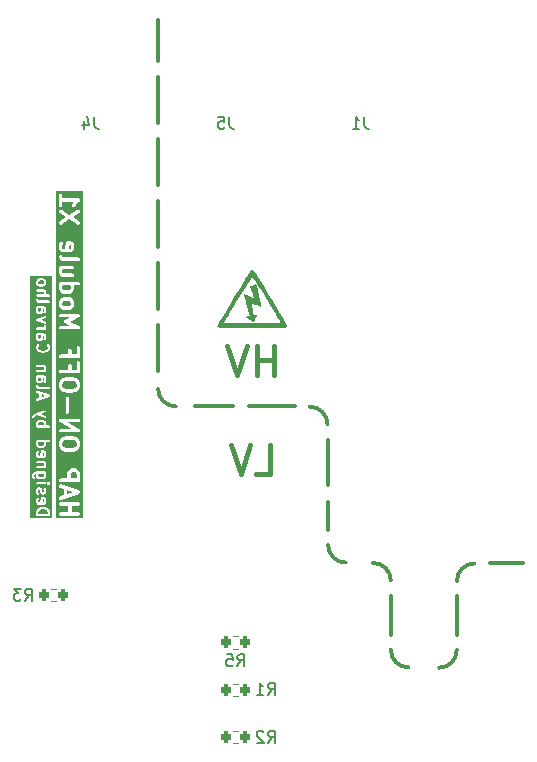
<source format=gbo>
G04 #@! TF.GenerationSoftware,KiCad,Pcbnew,7.0.8*
G04 #@! TF.CreationDate,2024-05-10T00:52:19-03:00*
G04 #@! TF.ProjectId,on_off_module_x1,6f6e5f6f-6666-45f6-9d6f-64756c655f78,1.0*
G04 #@! TF.SameCoordinates,Original*
G04 #@! TF.FileFunction,Legend,Bot*
G04 #@! TF.FilePolarity,Positive*
%FSLAX46Y46*%
G04 Gerber Fmt 4.6, Leading zero omitted, Abs format (unit mm)*
G04 Created by KiCad (PCBNEW 7.0.8) date 2024-05-10 00:52:19*
%MOMM*%
%LPD*%
G01*
G04 APERTURE LIST*
G04 Aperture macros list*
%AMRoundRect*
0 Rectangle with rounded corners*
0 $1 Rounding radius*
0 $2 $3 $4 $5 $6 $7 $8 $9 X,Y pos of 4 corners*
0 Add a 4 corners polygon primitive as box body*
4,1,4,$2,$3,$4,$5,$6,$7,$8,$9,$2,$3,0*
0 Add four circle primitives for the rounded corners*
1,1,$1+$1,$2,$3*
1,1,$1+$1,$4,$5*
1,1,$1+$1,$6,$7*
1,1,$1+$1,$8,$9*
0 Add four rect primitives between the rounded corners*
20,1,$1+$1,$2,$3,$4,$5,0*
20,1,$1+$1,$4,$5,$6,$7,0*
20,1,$1+$1,$6,$7,$8,$9,0*
20,1,$1+$1,$8,$9,$2,$3,0*%
G04 Aperture macros list end*
%ADD10C,0.350000*%
%ADD11C,0.400000*%
%ADD12C,0.200000*%
%ADD13C,0.300000*%
%ADD14C,0.150000*%
%ADD15C,0.120000*%
%ADD16C,2.500000*%
%ADD17R,1.700000X1.700000*%
%ADD18O,1.700000X1.700000*%
%ADD19C,3.000000*%
%ADD20C,2.600000*%
%ADD21R,2.600000X2.600000*%
%ADD22C,2.400000*%
%ADD23R,2.300000X2.000000*%
%ADD24C,2.300000*%
%ADD25R,1.500000X1.500000*%
%ADD26C,1.500000*%
%ADD27RoundRect,0.200000X0.200000X0.275000X-0.200000X0.275000X-0.200000X-0.275000X0.200000X-0.275000X0*%
G04 APERTURE END LIST*
D10*
X169250000Y-107699498D02*
X169250000Y-111001498D01*
X143953000Y-90173498D02*
G75*
G03*
X145453000Y-91673498I1500000J0D01*
G01*
X163662000Y-106429498D02*
G75*
G03*
X162162000Y-104929498I-1500000J0D01*
G01*
X158328000Y-94491498D02*
X158328000Y-98341498D01*
X158328000Y-99741498D02*
X158328000Y-102111498D01*
X163662000Y-107699498D02*
X163662000Y-111001498D01*
X158352000Y-103405498D02*
G75*
G03*
X159852000Y-104905498I1500000J0D01*
G01*
X163662000Y-112271498D02*
G75*
G03*
X165162000Y-113771498I1500000J0D01*
G01*
X155534000Y-91673498D02*
X151684000Y-91673498D01*
X150284000Y-91673498D02*
X147128000Y-91673498D01*
X158304000Y-93197498D02*
G75*
G03*
X156804000Y-91697498I-1500000J0D01*
G01*
X167750000Y-113795498D02*
G75*
G03*
X169250000Y-112295498I0J1500000D01*
G01*
X143953000Y-88649498D02*
X143953000Y-84799498D01*
X143953000Y-83399498D02*
X143953000Y-79549498D01*
X143953000Y-78149498D02*
X143953000Y-74299498D01*
X143953000Y-72899498D02*
X143953000Y-69049498D01*
X143953000Y-67649498D02*
X143953000Y-63799498D01*
X143953000Y-62399498D02*
X143953000Y-58931498D01*
X170750000Y-104974098D02*
G75*
G03*
X169250000Y-106474144I100J-1500100D01*
G01*
X172044000Y-104905498D02*
X174838000Y-104905498D01*
D11*
X152251618Y-97405245D02*
X153442094Y-97405245D01*
X153442094Y-97405245D02*
X153442094Y-94905245D01*
X151775427Y-94905245D02*
X150942094Y-97405245D01*
X150942094Y-97405245D02*
X150108761Y-94905245D01*
X153739713Y-89023245D02*
X153739713Y-86523245D01*
X153739713Y-87713721D02*
X152311142Y-87713721D01*
X152311142Y-89023245D02*
X152311142Y-86523245D01*
X151477808Y-86523245D02*
X150644475Y-89023245D01*
X150644475Y-89023245D02*
X149811142Y-86523245D01*
D12*
G36*
X134452637Y-100422795D02*
G01*
X134523543Y-100458248D01*
X134590615Y-100525320D01*
X134625637Y-100630384D01*
X134625637Y-100752253D01*
X133825637Y-100752253D01*
X133825637Y-100630385D01*
X133860659Y-100525320D01*
X133927732Y-100458248D01*
X133998637Y-100422795D01*
X134166518Y-100380825D01*
X134284756Y-100380825D01*
X134452637Y-100422795D01*
G37*
G36*
X134270149Y-99545837D02*
G01*
X134292304Y-99590146D01*
X134292304Y-99733408D01*
X134270149Y-99777716D01*
X134225840Y-99799872D01*
X134180951Y-99799872D01*
X134235248Y-99528386D01*
X134270149Y-99545837D01*
G37*
G36*
X134292304Y-97399670D02*
G01*
X134292304Y-97542932D01*
X134262499Y-97602541D01*
X134237830Y-97627209D01*
X134178221Y-97657015D01*
X133939721Y-97657015D01*
X133880111Y-97627210D01*
X133855440Y-97602539D01*
X133825637Y-97542932D01*
X133825637Y-97399669D01*
X133835059Y-97380825D01*
X134282881Y-97380825D01*
X134292304Y-97399670D01*
G37*
G36*
X134270149Y-95593456D02*
G01*
X134292304Y-95637765D01*
X134292304Y-95781027D01*
X134270149Y-95825335D01*
X134225840Y-95847491D01*
X134180951Y-95847491D01*
X134235248Y-95576005D01*
X134270149Y-95593456D01*
G37*
G36*
X134292304Y-94733003D02*
G01*
X134292304Y-94876265D01*
X134262499Y-94935874D01*
X134237830Y-94960542D01*
X134178221Y-94990348D01*
X133939721Y-94990348D01*
X133880111Y-94960543D01*
X133855440Y-94935872D01*
X133825637Y-94876265D01*
X133825637Y-94733002D01*
X133835059Y-94714158D01*
X134282881Y-94714158D01*
X134292304Y-94733003D01*
G37*
G36*
X134237830Y-93029677D02*
G01*
X134262499Y-93054345D01*
X134292304Y-93113955D01*
X134292304Y-93257217D01*
X134282882Y-93276062D01*
X133835059Y-93276062D01*
X133825637Y-93257217D01*
X133825637Y-93113954D01*
X133855440Y-93054347D01*
X133880111Y-93029676D01*
X133939721Y-92999872D01*
X134178221Y-92999872D01*
X134237830Y-93029677D01*
G37*
G36*
X134409409Y-90757014D02*
G01*
X134111352Y-90856366D01*
X134111352Y-90657661D01*
X134409409Y-90757014D01*
G37*
G36*
X134006590Y-89447692D02*
G01*
X133984435Y-89492000D01*
X133940126Y-89514156D01*
X133892102Y-89514156D01*
X133847791Y-89492000D01*
X133825637Y-89447692D01*
X133825637Y-89256810D01*
X133835059Y-89237966D01*
X134006590Y-89237966D01*
X134006590Y-89447692D01*
G37*
G36*
X134006590Y-85876263D02*
G01*
X133984435Y-85920571D01*
X133940126Y-85942727D01*
X133892102Y-85942727D01*
X133847791Y-85920571D01*
X133825637Y-85876263D01*
X133825637Y-85685381D01*
X133835059Y-85666537D01*
X134006590Y-85666537D01*
X134006590Y-85876263D01*
G37*
G36*
X134006590Y-83590548D02*
G01*
X133984435Y-83634856D01*
X133940126Y-83657012D01*
X133892102Y-83657012D01*
X133847791Y-83634856D01*
X133825637Y-83590548D01*
X133825637Y-83399666D01*
X133835059Y-83380822D01*
X134006590Y-83380822D01*
X134006590Y-83590548D01*
G37*
G36*
X134237830Y-81029674D02*
G01*
X134262499Y-81054342D01*
X134292304Y-81113952D01*
X134292304Y-81209595D01*
X134262499Y-81269204D01*
X134237830Y-81293872D01*
X134178221Y-81323678D01*
X133939721Y-81323678D01*
X133880111Y-81293873D01*
X133855440Y-81269202D01*
X133825637Y-81209595D01*
X133825637Y-81113951D01*
X133855440Y-81054344D01*
X133880111Y-81029673D01*
X133939721Y-80999869D01*
X134178221Y-80999869D01*
X134237830Y-81029674D01*
G37*
G36*
X134968494Y-101095110D02*
G01*
X133149447Y-101095110D01*
X133149447Y-100852253D01*
X133625637Y-100852253D01*
X133630531Y-100867315D01*
X133630531Y-100883155D01*
X133639840Y-100895968D01*
X133644735Y-100911032D01*
X133657548Y-100920341D01*
X133666858Y-100933155D01*
X133681921Y-100938049D01*
X133694735Y-100947359D01*
X133710574Y-100947359D01*
X133725637Y-100952253D01*
X134725637Y-100952253D01*
X134740700Y-100947359D01*
X134756539Y-100947359D01*
X134769352Y-100938049D01*
X134784416Y-100933155D01*
X134793725Y-100920341D01*
X134806539Y-100911032D01*
X134811433Y-100895968D01*
X134820743Y-100883155D01*
X134820743Y-100867315D01*
X134825637Y-100852253D01*
X134825637Y-100614158D01*
X134820628Y-100598742D01*
X134820505Y-100582535D01*
X134772886Y-100439678D01*
X134759195Y-100421131D01*
X134748729Y-100400590D01*
X134653491Y-100305352D01*
X134639048Y-100297993D01*
X134627501Y-100286620D01*
X134532263Y-100239001D01*
X134521241Y-100237340D01*
X134511795Y-100231430D01*
X134321320Y-100183811D01*
X134308903Y-100184671D01*
X134297066Y-100180825D01*
X134154209Y-100180825D01*
X134142371Y-100184671D01*
X134129955Y-100183811D01*
X133939479Y-100231430D01*
X133930032Y-100237340D01*
X133919011Y-100239001D01*
X133823774Y-100286620D01*
X133812226Y-100297993D01*
X133797784Y-100305352D01*
X133702546Y-100400590D01*
X133692080Y-100421130D01*
X133678389Y-100439677D01*
X133630769Y-100582535D01*
X133630645Y-100598742D01*
X133625637Y-100614158D01*
X133625637Y-100852253D01*
X133149447Y-100852253D01*
X133149447Y-99757015D01*
X133625637Y-99757015D01*
X133632761Y-99778941D01*
X133636195Y-99801737D01*
X133683815Y-99896975D01*
X133684372Y-99897540D01*
X133684503Y-99898327D01*
X133706005Y-99919505D01*
X133727184Y-99941008D01*
X133727970Y-99941138D01*
X133728536Y-99941696D01*
X133823773Y-99989315D01*
X133846571Y-99992748D01*
X133868495Y-99999872D01*
X134249447Y-99999872D01*
X134271370Y-99992748D01*
X134294168Y-99989315D01*
X134389406Y-99941696D01*
X134389972Y-99941137D01*
X134390759Y-99941007D01*
X134411936Y-99919504D01*
X134433439Y-99898327D01*
X134433569Y-99897540D01*
X134434128Y-99896974D01*
X134481747Y-99801737D01*
X134485180Y-99778938D01*
X134492304Y-99757015D01*
X134492304Y-99566539D01*
X134485180Y-99544615D01*
X134481747Y-99521817D01*
X134434128Y-99426580D01*
X134433569Y-99426013D01*
X134433439Y-99425227D01*
X134411936Y-99404049D01*
X134390759Y-99382547D01*
X134389972Y-99382416D01*
X134389406Y-99381858D01*
X134294168Y-99334239D01*
X134271370Y-99330805D01*
X134249447Y-99323682D01*
X134154209Y-99323682D01*
X134148472Y-99325545D01*
X134142559Y-99324363D01*
X134119534Y-99334948D01*
X134095430Y-99342780D01*
X134091884Y-99347659D01*
X134086405Y-99350179D01*
X134074000Y-99372274D01*
X134059103Y-99392780D01*
X134059103Y-99398812D01*
X134056151Y-99404071D01*
X133976991Y-99799872D01*
X133892102Y-99799872D01*
X133847791Y-99777716D01*
X133825637Y-99733408D01*
X133825637Y-99590145D01*
X133862699Y-99516023D01*
X133871905Y-99454909D01*
X133843430Y-99400056D01*
X133788151Y-99372416D01*
X133727184Y-99382546D01*
X133683815Y-99426579D01*
X133636195Y-99521817D01*
X133632761Y-99544612D01*
X133625637Y-99566539D01*
X133625637Y-99757015D01*
X133149447Y-99757015D01*
X133149447Y-98947491D01*
X133625637Y-98947491D01*
X133632761Y-98969417D01*
X133636195Y-98992213D01*
X133683815Y-99087451D01*
X133727184Y-99131484D01*
X133788151Y-99141614D01*
X133843430Y-99113974D01*
X133871905Y-99059121D01*
X133862699Y-98998007D01*
X133825637Y-98923884D01*
X133825637Y-98780621D01*
X133847791Y-98736313D01*
X133892102Y-98714158D01*
X133892507Y-98714158D01*
X133936816Y-98736313D01*
X133958971Y-98780622D01*
X133958971Y-98899872D01*
X133966094Y-98921795D01*
X133969528Y-98944593D01*
X134017147Y-99039831D01*
X134017705Y-99040397D01*
X134017836Y-99041184D01*
X134039338Y-99062361D01*
X134060516Y-99083864D01*
X134061302Y-99083994D01*
X134061869Y-99084553D01*
X134157106Y-99132172D01*
X134179904Y-99135605D01*
X134201828Y-99142729D01*
X134249447Y-99142729D01*
X134271370Y-99135605D01*
X134294168Y-99132172D01*
X134389406Y-99084553D01*
X134389972Y-99083994D01*
X134390759Y-99083864D01*
X134411936Y-99062361D01*
X134433439Y-99041184D01*
X134433569Y-99040397D01*
X134434128Y-99039831D01*
X134481747Y-98944594D01*
X134485180Y-98921795D01*
X134492304Y-98899872D01*
X134492304Y-98757015D01*
X134485180Y-98735091D01*
X134481747Y-98712293D01*
X134434128Y-98617056D01*
X134390759Y-98573023D01*
X134329792Y-98562892D01*
X134274513Y-98590531D01*
X134246037Y-98645384D01*
X134255242Y-98706498D01*
X134292304Y-98780622D01*
X134292304Y-98876265D01*
X134270149Y-98920573D01*
X134225840Y-98942729D01*
X134225435Y-98942729D01*
X134181126Y-98920574D01*
X134158971Y-98876264D01*
X134158971Y-98757015D01*
X134151847Y-98735091D01*
X134148414Y-98712293D01*
X134100795Y-98617056D01*
X134100236Y-98616489D01*
X134100106Y-98615703D01*
X134078603Y-98594525D01*
X134057426Y-98573023D01*
X134056639Y-98572892D01*
X134056073Y-98572334D01*
X133960835Y-98524715D01*
X133938037Y-98521281D01*
X133916114Y-98514158D01*
X133868495Y-98514158D01*
X133846571Y-98521281D01*
X133823773Y-98524715D01*
X133728536Y-98572334D01*
X133727970Y-98572891D01*
X133727184Y-98573022D01*
X133706005Y-98594524D01*
X133684503Y-98615703D01*
X133684372Y-98616489D01*
X133683815Y-98617055D01*
X133636195Y-98712293D01*
X133632761Y-98735088D01*
X133625637Y-98757015D01*
X133625637Y-98947491D01*
X133149447Y-98947491D01*
X133149447Y-98216488D01*
X133630531Y-98216488D01*
X133666858Y-98266488D01*
X133725637Y-98285586D01*
X134392304Y-98285586D01*
X134451083Y-98266488D01*
X134487410Y-98216488D01*
X134487410Y-98201229D01*
X134531630Y-98201229D01*
X134535293Y-98208418D01*
X134535293Y-98216488D01*
X134540035Y-98223015D01*
X134541298Y-98230985D01*
X134552497Y-98242184D01*
X134559688Y-98256297D01*
X134607307Y-98303915D01*
X134621418Y-98311105D01*
X134632619Y-98322306D01*
X134648262Y-98324783D01*
X134662374Y-98331974D01*
X134678017Y-98329496D01*
X134693661Y-98331974D01*
X134707773Y-98324783D01*
X134723417Y-98322306D01*
X134734616Y-98311106D01*
X134748729Y-98303916D01*
X134796347Y-98256297D01*
X134803537Y-98242185D01*
X134814738Y-98230985D01*
X134816000Y-98223016D01*
X134820743Y-98216488D01*
X134820743Y-98208418D01*
X134824406Y-98201230D01*
X134821928Y-98185586D01*
X134824406Y-98169942D01*
X134820743Y-98162753D01*
X134820743Y-98154684D01*
X134816000Y-98148155D01*
X134814738Y-98140187D01*
X134803537Y-98128986D01*
X134796347Y-98114875D01*
X134748729Y-98067256D01*
X134734616Y-98060065D01*
X134723417Y-98048866D01*
X134707773Y-98046388D01*
X134693661Y-98039198D01*
X134678017Y-98041675D01*
X134662374Y-98039198D01*
X134648262Y-98046388D01*
X134632619Y-98048866D01*
X134621418Y-98060066D01*
X134607307Y-98067257D01*
X134559688Y-98114875D01*
X134552497Y-98128987D01*
X134541298Y-98140187D01*
X134540035Y-98148156D01*
X134535293Y-98154684D01*
X134535293Y-98162753D01*
X134531630Y-98169943D01*
X134534107Y-98185586D01*
X134531630Y-98201229D01*
X134487410Y-98201229D01*
X134487410Y-98154684D01*
X134451083Y-98104684D01*
X134392304Y-98085586D01*
X133725637Y-98085586D01*
X133666858Y-98104684D01*
X133630531Y-98154684D01*
X133630531Y-98216488D01*
X133149447Y-98216488D01*
X133149447Y-97614158D01*
X133292304Y-97614158D01*
X133299427Y-97636081D01*
X133302861Y-97658879D01*
X133350480Y-97754117D01*
X133393849Y-97798150D01*
X133454816Y-97808281D01*
X133510095Y-97780641D01*
X133538571Y-97725789D01*
X133529366Y-97664674D01*
X133492304Y-97590550D01*
X133492304Y-97494908D01*
X133522109Y-97435298D01*
X133546777Y-97410629D01*
X133606387Y-97380825D01*
X133625637Y-97380825D01*
X133625637Y-97566539D01*
X133632761Y-97588465D01*
X133636195Y-97611261D01*
X133683815Y-97706499D01*
X133695187Y-97718045D01*
X133702546Y-97732488D01*
X133750165Y-97780106D01*
X133764606Y-97787464D01*
X133776155Y-97798839D01*
X133871392Y-97846458D01*
X133894190Y-97849891D01*
X133916114Y-97857015D01*
X134201828Y-97857015D01*
X134223751Y-97849891D01*
X134246549Y-97846458D01*
X134341787Y-97798839D01*
X134353334Y-97787465D01*
X134367777Y-97780107D01*
X134415395Y-97732488D01*
X134422753Y-97718046D01*
X134434128Y-97706498D01*
X134481747Y-97611261D01*
X134485180Y-97588462D01*
X134492304Y-97566539D01*
X134492304Y-97376063D01*
X134485180Y-97354139D01*
X134481747Y-97331341D01*
X134478246Y-97324339D01*
X134487410Y-97311727D01*
X134487410Y-97249923D01*
X134451083Y-97199923D01*
X134392304Y-97180825D01*
X133582780Y-97180825D01*
X133560856Y-97187948D01*
X133538058Y-97191382D01*
X133442821Y-97239001D01*
X133431272Y-97250375D01*
X133416831Y-97257734D01*
X133369212Y-97305352D01*
X133361853Y-97319794D01*
X133350480Y-97331342D01*
X133302861Y-97426580D01*
X133299427Y-97449377D01*
X133292304Y-97471301D01*
X133292304Y-97614158D01*
X133149447Y-97614158D01*
X133149447Y-96835536D01*
X133630531Y-96835536D01*
X133666858Y-96885536D01*
X133725637Y-96904634D01*
X134392304Y-96904634D01*
X134451083Y-96885536D01*
X134487410Y-96835536D01*
X134487410Y-96773732D01*
X134464142Y-96741707D01*
X134481747Y-96706499D01*
X134485180Y-96683700D01*
X134492304Y-96661777D01*
X134492304Y-96518920D01*
X134485180Y-96496996D01*
X134481747Y-96474198D01*
X134434128Y-96378961D01*
X134433569Y-96378394D01*
X134433439Y-96377608D01*
X134411936Y-96356430D01*
X134390759Y-96334928D01*
X134389972Y-96334797D01*
X134389406Y-96334239D01*
X134294168Y-96286620D01*
X134271370Y-96283186D01*
X134249447Y-96276063D01*
X133725637Y-96276063D01*
X133666858Y-96295161D01*
X133630531Y-96345161D01*
X133630531Y-96406965D01*
X133666858Y-96456965D01*
X133725637Y-96476063D01*
X134225840Y-96476063D01*
X134270149Y-96498218D01*
X134292304Y-96542527D01*
X134292304Y-96638170D01*
X134262499Y-96697779D01*
X134255645Y-96704634D01*
X133725637Y-96704634D01*
X133666858Y-96723732D01*
X133630531Y-96773732D01*
X133630531Y-96835536D01*
X133149447Y-96835536D01*
X133149447Y-95804634D01*
X133625637Y-95804634D01*
X133632761Y-95826560D01*
X133636195Y-95849356D01*
X133683815Y-95944594D01*
X133684372Y-95945159D01*
X133684503Y-95945946D01*
X133706005Y-95967124D01*
X133727184Y-95988627D01*
X133727970Y-95988757D01*
X133728536Y-95989315D01*
X133823773Y-96036934D01*
X133846571Y-96040367D01*
X133868495Y-96047491D01*
X134249447Y-96047491D01*
X134271370Y-96040367D01*
X134294168Y-96036934D01*
X134389406Y-95989315D01*
X134389972Y-95988756D01*
X134390759Y-95988626D01*
X134411936Y-95967123D01*
X134433439Y-95945946D01*
X134433569Y-95945159D01*
X134434128Y-95944593D01*
X134481747Y-95849356D01*
X134485180Y-95826557D01*
X134492304Y-95804634D01*
X134492304Y-95614158D01*
X134485180Y-95592234D01*
X134481747Y-95569436D01*
X134434128Y-95474199D01*
X134433569Y-95473632D01*
X134433439Y-95472846D01*
X134411936Y-95451668D01*
X134390759Y-95430166D01*
X134389972Y-95430035D01*
X134389406Y-95429477D01*
X134294168Y-95381858D01*
X134271370Y-95378424D01*
X134249447Y-95371301D01*
X134154209Y-95371301D01*
X134148472Y-95373164D01*
X134142559Y-95371982D01*
X134119534Y-95382567D01*
X134095430Y-95390399D01*
X134091884Y-95395278D01*
X134086405Y-95397798D01*
X134074000Y-95419893D01*
X134059103Y-95440399D01*
X134059103Y-95446431D01*
X134056151Y-95451690D01*
X133976991Y-95847491D01*
X133892102Y-95847491D01*
X133847791Y-95825335D01*
X133825637Y-95781027D01*
X133825637Y-95637764D01*
X133862699Y-95563642D01*
X133871905Y-95502528D01*
X133843430Y-95447675D01*
X133788151Y-95420035D01*
X133727184Y-95430165D01*
X133683815Y-95474198D01*
X133636195Y-95569436D01*
X133632761Y-95592231D01*
X133625637Y-95614158D01*
X133625637Y-95804634D01*
X133149447Y-95804634D01*
X133149447Y-94899872D01*
X133625637Y-94899872D01*
X133632761Y-94921798D01*
X133636195Y-94944594D01*
X133683815Y-95039832D01*
X133695187Y-95051378D01*
X133702546Y-95065821D01*
X133750165Y-95113439D01*
X133764606Y-95120797D01*
X133776155Y-95132172D01*
X133871392Y-95179791D01*
X133894190Y-95183224D01*
X133916114Y-95190348D01*
X134201828Y-95190348D01*
X134223751Y-95183224D01*
X134246549Y-95179791D01*
X134341787Y-95132172D01*
X134353334Y-95120798D01*
X134367777Y-95113440D01*
X134415395Y-95065821D01*
X134422753Y-95051379D01*
X134434128Y-95039831D01*
X134481747Y-94944594D01*
X134485180Y-94921795D01*
X134492304Y-94899872D01*
X134492304Y-94714158D01*
X134725637Y-94714158D01*
X134784416Y-94695060D01*
X134820743Y-94645060D01*
X134820743Y-94583256D01*
X134784416Y-94533256D01*
X134725637Y-94514158D01*
X133725637Y-94514158D01*
X133666858Y-94533256D01*
X133630531Y-94583256D01*
X133630531Y-94645060D01*
X133639695Y-94657673D01*
X133636195Y-94664674D01*
X133632761Y-94687469D01*
X133625637Y-94709396D01*
X133625637Y-94899872D01*
X133149447Y-94899872D01*
X133149447Y-93280824D01*
X133625637Y-93280824D01*
X133632761Y-93302750D01*
X133636195Y-93325546D01*
X133639695Y-93332546D01*
X133630531Y-93345160D01*
X133630531Y-93406964D01*
X133666858Y-93456964D01*
X133725637Y-93476062D01*
X134725637Y-93476062D01*
X134784416Y-93456964D01*
X134820743Y-93406964D01*
X134820743Y-93345160D01*
X134784416Y-93295160D01*
X134725637Y-93276062D01*
X134492304Y-93276062D01*
X134492304Y-93090348D01*
X134485180Y-93068424D01*
X134481747Y-93045626D01*
X134434128Y-92950389D01*
X134422753Y-92938840D01*
X134415395Y-92924399D01*
X134367777Y-92876780D01*
X134353334Y-92869421D01*
X134341787Y-92858048D01*
X134246549Y-92810429D01*
X134223751Y-92806995D01*
X134201828Y-92799872D01*
X133916114Y-92799872D01*
X133894190Y-92806995D01*
X133871392Y-92810429D01*
X133776155Y-92858048D01*
X133764606Y-92869422D01*
X133750165Y-92876781D01*
X133702546Y-92924399D01*
X133695187Y-92938841D01*
X133683815Y-92950388D01*
X133636195Y-93045626D01*
X133632761Y-93068421D01*
X133625637Y-93090348D01*
X133625637Y-93280824D01*
X133149447Y-93280824D01*
X133149447Y-92582931D01*
X133293656Y-92582931D01*
X133322132Y-92637784D01*
X133377411Y-92665423D01*
X133438378Y-92655292D01*
X133481747Y-92611259D01*
X133522109Y-92530535D01*
X133543738Y-92508906D01*
X133727641Y-92435344D01*
X134358670Y-92660712D01*
X134420448Y-92662496D01*
X134471476Y-92627627D01*
X134492263Y-92569424D01*
X134474869Y-92510119D01*
X134425937Y-92472364D01*
X134022958Y-92328443D01*
X134425937Y-92184522D01*
X134474869Y-92146767D01*
X134492263Y-92087462D01*
X134471476Y-92029259D01*
X134420448Y-91994390D01*
X134358670Y-91996174D01*
X133692003Y-92234269D01*
X133690452Y-92235465D01*
X133688498Y-92235595D01*
X133450403Y-92330833D01*
X133434856Y-92343786D01*
X133416831Y-92352971D01*
X133369212Y-92400589D01*
X133361853Y-92415031D01*
X133350480Y-92426579D01*
X133302861Y-92521817D01*
X133293656Y-92582931D01*
X133149447Y-92582931D01*
X133149447Y-91091106D01*
X133625639Y-91091106D01*
X133645184Y-91149738D01*
X133695458Y-91185685D01*
X133757260Y-91185215D01*
X134757259Y-90851882D01*
X134781522Y-90833971D01*
X134806090Y-90816405D01*
X134806341Y-90815650D01*
X134806983Y-90815177D01*
X134816098Y-90786380D01*
X134825634Y-90757773D01*
X134825393Y-90757014D01*
X134825634Y-90756255D01*
X134816098Y-90727647D01*
X134806983Y-90698851D01*
X134806341Y-90698377D01*
X134806090Y-90697623D01*
X134781522Y-90680056D01*
X134757259Y-90662146D01*
X133757260Y-90328813D01*
X133695458Y-90328343D01*
X133645184Y-90364290D01*
X133625639Y-90422922D01*
X133644291Y-90481844D01*
X133694014Y-90518549D01*
X133911352Y-90590994D01*
X133911352Y-90923033D01*
X133694014Y-90995479D01*
X133644291Y-91032184D01*
X133625639Y-91091106D01*
X133149447Y-91091106D01*
X133149447Y-89931098D01*
X133626989Y-89931098D01*
X133636195Y-89992212D01*
X133683815Y-90087450D01*
X133684372Y-90088015D01*
X133684503Y-90088802D01*
X133706005Y-90109980D01*
X133727184Y-90131483D01*
X133727970Y-90131613D01*
X133728536Y-90132171D01*
X133823773Y-90179790D01*
X133846571Y-90183223D01*
X133868495Y-90190347D01*
X134725637Y-90190347D01*
X134784416Y-90171249D01*
X134820743Y-90121249D01*
X134820743Y-90059445D01*
X134784416Y-90009445D01*
X134725637Y-89990347D01*
X133892102Y-89990347D01*
X133847791Y-89968191D01*
X133815079Y-89902768D01*
X133771710Y-89858736D01*
X133710743Y-89848605D01*
X133655464Y-89876245D01*
X133626989Y-89931098D01*
X133149447Y-89931098D01*
X133149447Y-89471299D01*
X133625637Y-89471299D01*
X133632761Y-89493225D01*
X133636195Y-89516021D01*
X133683815Y-89611259D01*
X133684372Y-89611824D01*
X133684503Y-89612611D01*
X133706005Y-89633789D01*
X133727184Y-89655292D01*
X133727970Y-89655422D01*
X133728536Y-89655980D01*
X133823773Y-89703599D01*
X133846571Y-89707032D01*
X133868495Y-89714156D01*
X133963733Y-89714156D01*
X133985656Y-89707032D01*
X134008454Y-89703599D01*
X134103692Y-89655980D01*
X134104258Y-89655421D01*
X134105045Y-89655291D01*
X134126222Y-89633788D01*
X134147725Y-89612611D01*
X134147855Y-89611824D01*
X134148414Y-89611258D01*
X134196033Y-89516021D01*
X134199466Y-89493222D01*
X134206590Y-89471299D01*
X134206590Y-89256811D01*
X134216013Y-89237966D01*
X134225840Y-89237966D01*
X134270149Y-89260121D01*
X134292304Y-89304430D01*
X134292304Y-89447692D01*
X134255242Y-89521816D01*
X134246037Y-89582930D01*
X134274513Y-89637783D01*
X134329792Y-89665422D01*
X134390759Y-89655291D01*
X134434128Y-89611258D01*
X134481747Y-89516021D01*
X134485180Y-89493222D01*
X134492304Y-89471299D01*
X134492304Y-89280823D01*
X134485180Y-89258899D01*
X134481747Y-89236101D01*
X134434128Y-89140864D01*
X134433569Y-89140297D01*
X134433439Y-89139511D01*
X134411936Y-89118333D01*
X134390759Y-89096831D01*
X134389972Y-89096700D01*
X134389406Y-89096142D01*
X134294168Y-89048523D01*
X134271370Y-89045089D01*
X134249447Y-89037966D01*
X133725637Y-89037966D01*
X133666858Y-89057064D01*
X133630531Y-89107064D01*
X133630531Y-89168868D01*
X133639695Y-89181481D01*
X133636195Y-89188482D01*
X133632761Y-89211277D01*
X133625637Y-89233204D01*
X133625637Y-89471299D01*
X133149447Y-89471299D01*
X133149447Y-88692677D01*
X133630531Y-88692677D01*
X133666858Y-88742677D01*
X133725637Y-88761775D01*
X134392304Y-88761775D01*
X134451083Y-88742677D01*
X134487410Y-88692677D01*
X134487410Y-88630873D01*
X134464142Y-88598848D01*
X134481747Y-88563640D01*
X134485180Y-88540841D01*
X134492304Y-88518918D01*
X134492304Y-88376061D01*
X134485180Y-88354137D01*
X134481747Y-88331339D01*
X134434128Y-88236102D01*
X134433569Y-88235535D01*
X134433439Y-88234749D01*
X134411936Y-88213571D01*
X134390759Y-88192069D01*
X134389972Y-88191938D01*
X134389406Y-88191380D01*
X134294168Y-88143761D01*
X134271370Y-88140327D01*
X134249447Y-88133204D01*
X133725637Y-88133204D01*
X133666858Y-88152302D01*
X133630531Y-88202302D01*
X133630531Y-88264106D01*
X133666858Y-88314106D01*
X133725637Y-88333204D01*
X134225840Y-88333204D01*
X134270149Y-88355359D01*
X134292304Y-88399668D01*
X134292304Y-88495311D01*
X134262499Y-88554920D01*
X134255645Y-88561775D01*
X133725637Y-88561775D01*
X133666858Y-88580873D01*
X133630531Y-88630873D01*
X133630531Y-88692677D01*
X133149447Y-88692677D01*
X133149447Y-86709394D01*
X133625637Y-86709394D01*
X133630645Y-86724809D01*
X133630769Y-86741017D01*
X133678389Y-86883875D01*
X133692080Y-86902421D01*
X133702546Y-86922962D01*
X133797784Y-87018200D01*
X133812226Y-87025558D01*
X133823774Y-87036932D01*
X133919011Y-87084551D01*
X133930032Y-87086211D01*
X133939479Y-87092122D01*
X134129955Y-87139741D01*
X134142371Y-87138880D01*
X134154209Y-87142727D01*
X134297066Y-87142727D01*
X134308903Y-87138880D01*
X134321320Y-87139741D01*
X134511795Y-87092122D01*
X134521241Y-87086211D01*
X134532263Y-87084551D01*
X134627501Y-87036932D01*
X134639048Y-87025558D01*
X134653491Y-87018200D01*
X134748729Y-86922962D01*
X134759195Y-86902420D01*
X134772886Y-86883874D01*
X134820505Y-86741017D01*
X134820628Y-86724809D01*
X134825637Y-86709394D01*
X134825637Y-86614156D01*
X134820628Y-86598740D01*
X134820505Y-86582533D01*
X134772886Y-86439676D01*
X134759193Y-86421127D01*
X134748728Y-86400588D01*
X134701110Y-86352969D01*
X134646042Y-86324911D01*
X134585000Y-86334579D01*
X134541298Y-86378281D01*
X134531630Y-86439323D01*
X134559688Y-86494391D01*
X134590615Y-86525317D01*
X134625637Y-86630382D01*
X134625637Y-86693167D01*
X134590615Y-86798231D01*
X134523543Y-86865303D01*
X134452637Y-86900756D01*
X134284756Y-86942727D01*
X134166518Y-86942727D01*
X133998637Y-86900756D01*
X133927732Y-86865304D01*
X133860659Y-86798231D01*
X133825637Y-86693166D01*
X133825637Y-86630383D01*
X133860659Y-86525318D01*
X133891586Y-86494391D01*
X133919645Y-86439324D01*
X133909977Y-86378281D01*
X133866275Y-86334579D01*
X133805232Y-86324911D01*
X133750165Y-86352970D01*
X133702546Y-86400588D01*
X133692080Y-86421128D01*
X133678389Y-86439675D01*
X133630769Y-86582533D01*
X133630645Y-86598740D01*
X133625637Y-86614156D01*
X133625637Y-86709394D01*
X133149447Y-86709394D01*
X133149447Y-85899870D01*
X133625637Y-85899870D01*
X133632761Y-85921796D01*
X133636195Y-85944592D01*
X133683815Y-86039830D01*
X133684372Y-86040395D01*
X133684503Y-86041182D01*
X133706005Y-86062360D01*
X133727184Y-86083863D01*
X133727970Y-86083993D01*
X133728536Y-86084551D01*
X133823773Y-86132170D01*
X133846571Y-86135603D01*
X133868495Y-86142727D01*
X133963733Y-86142727D01*
X133985656Y-86135603D01*
X134008454Y-86132170D01*
X134103692Y-86084551D01*
X134104258Y-86083992D01*
X134105045Y-86083862D01*
X134126222Y-86062359D01*
X134147725Y-86041182D01*
X134147855Y-86040395D01*
X134148414Y-86039829D01*
X134196033Y-85944592D01*
X134199466Y-85921793D01*
X134206590Y-85899870D01*
X134206590Y-85685382D01*
X134216013Y-85666537D01*
X134225840Y-85666537D01*
X134270149Y-85688692D01*
X134292304Y-85733001D01*
X134292304Y-85876263D01*
X134255242Y-85950387D01*
X134246037Y-86011501D01*
X134274513Y-86066354D01*
X134329792Y-86093993D01*
X134390759Y-86083862D01*
X134434128Y-86039829D01*
X134481747Y-85944592D01*
X134485180Y-85921793D01*
X134492304Y-85899870D01*
X134492304Y-85709394D01*
X134485180Y-85687470D01*
X134481747Y-85664672D01*
X134434128Y-85569435D01*
X134433569Y-85568868D01*
X134433439Y-85568082D01*
X134411936Y-85546904D01*
X134390759Y-85525402D01*
X134389972Y-85525271D01*
X134389406Y-85524713D01*
X134294168Y-85477094D01*
X134271370Y-85473660D01*
X134249447Y-85466537D01*
X133725637Y-85466537D01*
X133666858Y-85485635D01*
X133630531Y-85535635D01*
X133630531Y-85597439D01*
X133639695Y-85610052D01*
X133636195Y-85617053D01*
X133632761Y-85639848D01*
X133625637Y-85661775D01*
X133625637Y-85899870D01*
X133149447Y-85899870D01*
X133149447Y-85121248D01*
X133630531Y-85121248D01*
X133666858Y-85171248D01*
X133725637Y-85190346D01*
X134392304Y-85190346D01*
X134451083Y-85171248D01*
X134487410Y-85121248D01*
X134487410Y-85059444D01*
X134451083Y-85009444D01*
X134449566Y-85008951D01*
X134481747Y-84944592D01*
X134485180Y-84921793D01*
X134492304Y-84899870D01*
X134492304Y-84804632D01*
X134473206Y-84745853D01*
X134423206Y-84709526D01*
X134361402Y-84709526D01*
X134311402Y-84745853D01*
X134292304Y-84804632D01*
X134292304Y-84876263D01*
X134262499Y-84935872D01*
X134237830Y-84960540D01*
X134178221Y-84990346D01*
X133725637Y-84990346D01*
X133666858Y-85009444D01*
X133630531Y-85059444D01*
X133630531Y-85121248D01*
X133149447Y-85121248D01*
X133149447Y-84331327D01*
X133625678Y-84331327D01*
X133635147Y-84357841D01*
X133643072Y-84384860D01*
X133645453Y-84386697D01*
X133646465Y-84389530D01*
X133669712Y-84405415D01*
X133692003Y-84422615D01*
X134358670Y-84660710D01*
X134420448Y-84662494D01*
X134471476Y-84627625D01*
X134492263Y-84569422D01*
X134474869Y-84510117D01*
X134425937Y-84472362D01*
X134022958Y-84328441D01*
X134425937Y-84184520D01*
X134474869Y-84146765D01*
X134492263Y-84087460D01*
X134471476Y-84029257D01*
X134420448Y-83994388D01*
X134358670Y-83996172D01*
X133692003Y-84234267D01*
X133669712Y-84251466D01*
X133646465Y-84267352D01*
X133645453Y-84270184D01*
X133643072Y-84272022D01*
X133635147Y-84299040D01*
X133625678Y-84325555D01*
X133626524Y-84328441D01*
X133625678Y-84331327D01*
X133149447Y-84331327D01*
X133149447Y-83614155D01*
X133625637Y-83614155D01*
X133632761Y-83636081D01*
X133636195Y-83658877D01*
X133683815Y-83754115D01*
X133684372Y-83754680D01*
X133684503Y-83755467D01*
X133706005Y-83776645D01*
X133727184Y-83798148D01*
X133727970Y-83798278D01*
X133728536Y-83798836D01*
X133823773Y-83846455D01*
X133846571Y-83849888D01*
X133868495Y-83857012D01*
X133963733Y-83857012D01*
X133985656Y-83849888D01*
X134008454Y-83846455D01*
X134103692Y-83798836D01*
X134104258Y-83798277D01*
X134105045Y-83798147D01*
X134126222Y-83776644D01*
X134147725Y-83755467D01*
X134147855Y-83754680D01*
X134148414Y-83754114D01*
X134196033Y-83658877D01*
X134199466Y-83636078D01*
X134206590Y-83614155D01*
X134206590Y-83399667D01*
X134216013Y-83380822D01*
X134225840Y-83380822D01*
X134270149Y-83402977D01*
X134292304Y-83447286D01*
X134292304Y-83590548D01*
X134255242Y-83664672D01*
X134246037Y-83725786D01*
X134274513Y-83780639D01*
X134329792Y-83808278D01*
X134390759Y-83798147D01*
X134434128Y-83754114D01*
X134481747Y-83658877D01*
X134485180Y-83636078D01*
X134492304Y-83614155D01*
X134492304Y-83423679D01*
X134485180Y-83401755D01*
X134481747Y-83378957D01*
X134434128Y-83283720D01*
X134433569Y-83283153D01*
X134433439Y-83282367D01*
X134411936Y-83261189D01*
X134390759Y-83239687D01*
X134389972Y-83239556D01*
X134389406Y-83238998D01*
X134294168Y-83191379D01*
X134271370Y-83187945D01*
X134249447Y-83180822D01*
X133725637Y-83180822D01*
X133666858Y-83199920D01*
X133630531Y-83249920D01*
X133630531Y-83311724D01*
X133639695Y-83324337D01*
X133636195Y-83331338D01*
X133632761Y-83354133D01*
X133625637Y-83376060D01*
X133625637Y-83614155D01*
X133149447Y-83614155D01*
X133149447Y-82645382D01*
X133626989Y-82645382D01*
X133636195Y-82706496D01*
X133683815Y-82801734D01*
X133684372Y-82802299D01*
X133684503Y-82803086D01*
X133706005Y-82824264D01*
X133727184Y-82845767D01*
X133727970Y-82845897D01*
X133728536Y-82846455D01*
X133823773Y-82894074D01*
X133846571Y-82897507D01*
X133868495Y-82904631D01*
X134725637Y-82904631D01*
X134784416Y-82885533D01*
X134820743Y-82835533D01*
X134820743Y-82773729D01*
X134784416Y-82723729D01*
X134725637Y-82704631D01*
X133892102Y-82704631D01*
X133847791Y-82682475D01*
X133815079Y-82617052D01*
X133771710Y-82573020D01*
X133710743Y-82562889D01*
X133655464Y-82590529D01*
X133626989Y-82645382D01*
X133149447Y-82645382D01*
X133149447Y-82311723D01*
X133630531Y-82311723D01*
X133666858Y-82361723D01*
X133725637Y-82380821D01*
X134725637Y-82380821D01*
X134784416Y-82361723D01*
X134820743Y-82311723D01*
X134820743Y-82249919D01*
X134784416Y-82199919D01*
X134725637Y-82180821D01*
X134482028Y-82180821D01*
X134485180Y-82159887D01*
X134492304Y-82137964D01*
X134492304Y-81995107D01*
X134485180Y-81973183D01*
X134481747Y-81950385D01*
X134434128Y-81855148D01*
X134433569Y-81854581D01*
X134433439Y-81853795D01*
X134411936Y-81832617D01*
X134390759Y-81811115D01*
X134389972Y-81810984D01*
X134389406Y-81810426D01*
X134294168Y-81762807D01*
X134271370Y-81759373D01*
X134249447Y-81752250D01*
X133725637Y-81752250D01*
X133666858Y-81771348D01*
X133630531Y-81821348D01*
X133630531Y-81883152D01*
X133666858Y-81933152D01*
X133725637Y-81952250D01*
X134225840Y-81952250D01*
X134270149Y-81974405D01*
X134292304Y-82018714D01*
X134292304Y-82114357D01*
X134262499Y-82173966D01*
X134255645Y-82180821D01*
X133725637Y-82180821D01*
X133666858Y-82199919D01*
X133630531Y-82249919D01*
X133630531Y-82311723D01*
X133149447Y-82311723D01*
X133149447Y-81233202D01*
X133625637Y-81233202D01*
X133632761Y-81255128D01*
X133636195Y-81277924D01*
X133683815Y-81373162D01*
X133695187Y-81384708D01*
X133702546Y-81399151D01*
X133750165Y-81446769D01*
X133764606Y-81454127D01*
X133776155Y-81465502D01*
X133871392Y-81513121D01*
X133894190Y-81516554D01*
X133916114Y-81523678D01*
X134201828Y-81523678D01*
X134223751Y-81516554D01*
X134246549Y-81513121D01*
X134341787Y-81465502D01*
X134353334Y-81454128D01*
X134367777Y-81446770D01*
X134415395Y-81399151D01*
X134422753Y-81384709D01*
X134434128Y-81373161D01*
X134481747Y-81277924D01*
X134485180Y-81255125D01*
X134492304Y-81233202D01*
X134492304Y-81090345D01*
X134485180Y-81068421D01*
X134481747Y-81045623D01*
X134434128Y-80950386D01*
X134422753Y-80938837D01*
X134415395Y-80924396D01*
X134367777Y-80876777D01*
X134353334Y-80869418D01*
X134341787Y-80858045D01*
X134246549Y-80810426D01*
X134223751Y-80806992D01*
X134201828Y-80799869D01*
X133916114Y-80799869D01*
X133894190Y-80806992D01*
X133871392Y-80810426D01*
X133776155Y-80858045D01*
X133764606Y-80869419D01*
X133750165Y-80876778D01*
X133702546Y-80924396D01*
X133695187Y-80938838D01*
X133683815Y-80950385D01*
X133636195Y-81045623D01*
X133632761Y-81068418D01*
X133625637Y-81090345D01*
X133625637Y-81233202D01*
X133149447Y-81233202D01*
X133149447Y-80657012D01*
X134968494Y-80657012D01*
X134968494Y-101095110D01*
G37*
D13*
G36*
X136734185Y-98921353D02*
G01*
X136287099Y-99070382D01*
X136287099Y-98772323D01*
X136734185Y-98921353D01*
G37*
G36*
X136976815Y-97258916D02*
G01*
X137013820Y-97295921D01*
X137058528Y-97385335D01*
X137058528Y-97771354D01*
X136572814Y-97771354D01*
X136572814Y-97385334D01*
X136617519Y-97295922D01*
X136654524Y-97258917D01*
X136743938Y-97214211D01*
X136887404Y-97214211D01*
X136976815Y-97258916D01*
G37*
G36*
X136917554Y-94556798D02*
G01*
X137013821Y-94653065D01*
X137058528Y-94742478D01*
X137058528Y-94957372D01*
X137013821Y-95046786D01*
X136917554Y-95143052D01*
X136690064Y-95199925D01*
X136226992Y-95199925D01*
X135999501Y-95143052D01*
X135903235Y-95046786D01*
X135858528Y-94957372D01*
X135858528Y-94742478D01*
X135903235Y-94653064D01*
X135999501Y-94556798D01*
X136226992Y-94499925D01*
X136690063Y-94499925D01*
X136917554Y-94556798D01*
G37*
G36*
X136917554Y-89556797D02*
G01*
X137013821Y-89653064D01*
X137058528Y-89742477D01*
X137058528Y-89957371D01*
X137013821Y-90046785D01*
X136917554Y-90143051D01*
X136690064Y-90199924D01*
X136226992Y-90199924D01*
X135999501Y-90143051D01*
X135903235Y-90046785D01*
X135858528Y-89957371D01*
X135858528Y-89742477D01*
X135903235Y-89653063D01*
X135999501Y-89556797D01*
X136226992Y-89499924D01*
X136690063Y-89499924D01*
X136917554Y-89556797D01*
G37*
G36*
X136476817Y-82758917D02*
G01*
X136513821Y-82795921D01*
X136558528Y-82885334D01*
X136558528Y-83028799D01*
X136513820Y-83118213D01*
X136476815Y-83155218D01*
X136387404Y-83199924D01*
X136029652Y-83199924D01*
X135940239Y-83155218D01*
X135903235Y-83118214D01*
X135858528Y-83028799D01*
X135858528Y-82885334D01*
X135903235Y-82795920D01*
X135940239Y-82758916D01*
X136029652Y-82714210D01*
X136387404Y-82714210D01*
X136476817Y-82758917D01*
G37*
G36*
X136558528Y-81456763D02*
G01*
X136558528Y-81671656D01*
X136513820Y-81761070D01*
X136476815Y-81798075D01*
X136387404Y-81842781D01*
X136029652Y-81842781D01*
X135940239Y-81798075D01*
X135903235Y-81761071D01*
X135858528Y-81671656D01*
X135858528Y-81456763D01*
X135872662Y-81428496D01*
X136544394Y-81428496D01*
X136558528Y-81456763D01*
G37*
G36*
X136525295Y-77961727D02*
G01*
X136558528Y-78028191D01*
X136558528Y-78243085D01*
X136525295Y-78309549D01*
X136458832Y-78342781D01*
X136391498Y-78342781D01*
X136472944Y-77935551D01*
X136525295Y-77961727D01*
G37*
G36*
X137572814Y-101142783D02*
G01*
X135344242Y-101142783D01*
X135344242Y-100778497D01*
X135558528Y-100778497D01*
X135578624Y-100853497D01*
X135633528Y-100908401D01*
X135708528Y-100928497D01*
X136494242Y-100928497D01*
X137208528Y-100928497D01*
X137283528Y-100908401D01*
X137338432Y-100853497D01*
X137358528Y-100778497D01*
X137338432Y-100703497D01*
X137283528Y-100648593D01*
X137208528Y-100628497D01*
X136644242Y-100628497D01*
X136644242Y-100071354D01*
X137208528Y-100071354D01*
X137283528Y-100051258D01*
X137338432Y-99996354D01*
X137358528Y-99921354D01*
X137338432Y-99846354D01*
X137283528Y-99791450D01*
X137208528Y-99771354D01*
X135708528Y-99771354D01*
X135633528Y-99791450D01*
X135578624Y-99846354D01*
X135558528Y-99921354D01*
X135578624Y-99996354D01*
X135633528Y-100051258D01*
X135708528Y-100071354D01*
X136344242Y-100071354D01*
X136344242Y-100628497D01*
X135708528Y-100628497D01*
X135633528Y-100648593D01*
X135578624Y-100703497D01*
X135558528Y-100778497D01*
X135344242Y-100778497D01*
X135344242Y-99391281D01*
X135561573Y-99391281D01*
X135566226Y-99468787D01*
X135609007Y-99533583D01*
X135678456Y-99568308D01*
X135755962Y-99563655D01*
X137255962Y-99063655D01*
X137281098Y-99047058D01*
X137308049Y-99033584D01*
X137313103Y-99025928D01*
X137320759Y-99020874D01*
X137334232Y-98993927D01*
X137350831Y-98968787D01*
X137351380Y-98959629D01*
X137355483Y-98951425D01*
X137353678Y-98921353D01*
X137355483Y-98891281D01*
X137351380Y-98883076D01*
X137350831Y-98873919D01*
X137334232Y-98848778D01*
X137320759Y-98821832D01*
X137313103Y-98816777D01*
X137308049Y-98809122D01*
X137281098Y-98795647D01*
X137255962Y-98779051D01*
X135755962Y-98279051D01*
X135678456Y-98274398D01*
X135609007Y-98309123D01*
X135566226Y-98373919D01*
X135561573Y-98451425D01*
X135596298Y-98520874D01*
X135661094Y-98563655D01*
X135987099Y-98672323D01*
X135987099Y-99170382D01*
X135661094Y-99279051D01*
X135596298Y-99321832D01*
X135561573Y-99391281D01*
X135344242Y-99391281D01*
X135344242Y-97921354D01*
X135558528Y-97921354D01*
X135578624Y-97996354D01*
X135633528Y-98051258D01*
X135708528Y-98071354D01*
X136422814Y-98071354D01*
X137208528Y-98071354D01*
X137283528Y-98051258D01*
X137338432Y-97996354D01*
X137358528Y-97921354D01*
X137358528Y-97349925D01*
X137349605Y-97316624D01*
X137342692Y-97282842D01*
X137271263Y-97139986D01*
X137255240Y-97121917D01*
X137243166Y-97101003D01*
X137171738Y-97029574D01*
X137150822Y-97017498D01*
X137132753Y-97001475D01*
X136989896Y-96930047D01*
X136956117Y-96923134D01*
X136922814Y-96914211D01*
X136708528Y-96914211D01*
X136675222Y-96923135D01*
X136641447Y-96930047D01*
X136498589Y-97001475D01*
X136480519Y-97017498D01*
X136459605Y-97029573D01*
X136388176Y-97101002D01*
X136376101Y-97121916D01*
X136360078Y-97139986D01*
X136288650Y-97282843D01*
X136281737Y-97316621D01*
X136272814Y-97349925D01*
X136272814Y-97771354D01*
X135708528Y-97771354D01*
X135633528Y-97791450D01*
X135578624Y-97846354D01*
X135558528Y-97921354D01*
X135344242Y-97921354D01*
X135344242Y-94992782D01*
X135558528Y-94992782D01*
X135567451Y-95026083D01*
X135574364Y-95059864D01*
X135645793Y-95202722D01*
X135661816Y-95220791D01*
X135673891Y-95241706D01*
X135816748Y-95384563D01*
X135817876Y-95385214D01*
X135818547Y-95386332D01*
X135851407Y-95404573D01*
X135883991Y-95423386D01*
X135885296Y-95423386D01*
X135886434Y-95424018D01*
X136172148Y-95495446D01*
X136190650Y-95495134D01*
X136208528Y-95499925D01*
X136708528Y-95499925D01*
X136726405Y-95495134D01*
X136744908Y-95495446D01*
X137030622Y-95424018D01*
X137031760Y-95423386D01*
X137033065Y-95423386D01*
X137065648Y-95404573D01*
X137098509Y-95386332D01*
X137099179Y-95385214D01*
X137100308Y-95384563D01*
X137243165Y-95241706D01*
X137255239Y-95220791D01*
X137271263Y-95202722D01*
X137342692Y-95059864D01*
X137349604Y-95026083D01*
X137358528Y-94992782D01*
X137358528Y-94707068D01*
X137349605Y-94673767D01*
X137342692Y-94639985D01*
X137271263Y-94497129D01*
X137255240Y-94479060D01*
X137243165Y-94458145D01*
X137100308Y-94315288D01*
X137099179Y-94314636D01*
X137098509Y-94313519D01*
X137065648Y-94295277D01*
X137033065Y-94276465D01*
X137031760Y-94276465D01*
X137030622Y-94275833D01*
X136744909Y-94204404D01*
X136726404Y-94204715D01*
X136708528Y-94199925D01*
X136208528Y-94199925D01*
X136190651Y-94204715D01*
X136172147Y-94204404D01*
X135886433Y-94275833D01*
X135885295Y-94276465D01*
X135883991Y-94276465D01*
X135851419Y-94295270D01*
X135818547Y-94313519D01*
X135817876Y-94314636D01*
X135816748Y-94315288D01*
X135673891Y-94458145D01*
X135661815Y-94479060D01*
X135645793Y-94497129D01*
X135574364Y-94639986D01*
X135567451Y-94673766D01*
X135558528Y-94707068D01*
X135558528Y-94992782D01*
X135344242Y-94992782D01*
X135344242Y-93707068D01*
X135558528Y-93707068D01*
X135578624Y-93782068D01*
X135633528Y-93836972D01*
X135708528Y-93857068D01*
X137208528Y-93857068D01*
X137208860Y-93856978D01*
X137209196Y-93857067D01*
X137246427Y-93846912D01*
X137283528Y-93836972D01*
X137283771Y-93836728D01*
X137284106Y-93836637D01*
X137311267Y-93809232D01*
X137338432Y-93782068D01*
X137338521Y-93781734D01*
X137338765Y-93781489D01*
X137348587Y-93744167D01*
X137358528Y-93707068D01*
X137358438Y-93706735D01*
X137358527Y-93706400D01*
X137348372Y-93669168D01*
X137338432Y-93632068D01*
X137338188Y-93631824D01*
X137338097Y-93631490D01*
X137310748Y-93604384D01*
X137283528Y-93577164D01*
X137283193Y-93577074D01*
X137282949Y-93576832D01*
X136273362Y-92999925D01*
X137208528Y-92999925D01*
X137283528Y-92979829D01*
X137338432Y-92924925D01*
X137358528Y-92849925D01*
X137338432Y-92774925D01*
X137283528Y-92720021D01*
X137208528Y-92699925D01*
X135708528Y-92699925D01*
X135708195Y-92700014D01*
X135707860Y-92699926D01*
X135670628Y-92710080D01*
X135633528Y-92720021D01*
X135633284Y-92720264D01*
X135632950Y-92720356D01*
X135605844Y-92747704D01*
X135578624Y-92774925D01*
X135578534Y-92775259D01*
X135578292Y-92775504D01*
X135568497Y-92812719D01*
X135558528Y-92849925D01*
X135558617Y-92850257D01*
X135558529Y-92850593D01*
X135568683Y-92887824D01*
X135578624Y-92924925D01*
X135578867Y-92925168D01*
X135578959Y-92925503D01*
X135606307Y-92952608D01*
X135633528Y-92979829D01*
X135633862Y-92979918D01*
X135634107Y-92980161D01*
X136643693Y-93557068D01*
X135708528Y-93557068D01*
X135633528Y-93577164D01*
X135578624Y-93632068D01*
X135558528Y-93707068D01*
X135344242Y-93707068D01*
X135344242Y-92135639D01*
X136129957Y-92135639D01*
X136150053Y-92210639D01*
X136204957Y-92265543D01*
X136279957Y-92285639D01*
X136354957Y-92265543D01*
X136409861Y-92210639D01*
X136429957Y-92135639D01*
X136429957Y-90992782D01*
X136409861Y-90917782D01*
X136354957Y-90862878D01*
X136279957Y-90842782D01*
X136204957Y-90862878D01*
X136150053Y-90917782D01*
X136129957Y-90992782D01*
X136129957Y-92135639D01*
X135344242Y-92135639D01*
X135344242Y-89992781D01*
X135558528Y-89992781D01*
X135567451Y-90026082D01*
X135574364Y-90059863D01*
X135645793Y-90202721D01*
X135661816Y-90220790D01*
X135673891Y-90241705D01*
X135816748Y-90384562D01*
X135817876Y-90385213D01*
X135818547Y-90386331D01*
X135851407Y-90404572D01*
X135883991Y-90423385D01*
X135885296Y-90423385D01*
X135886434Y-90424017D01*
X136172148Y-90495445D01*
X136190650Y-90495133D01*
X136208528Y-90499924D01*
X136708528Y-90499924D01*
X136726405Y-90495133D01*
X136744908Y-90495445D01*
X137030622Y-90424017D01*
X137031760Y-90423385D01*
X137033065Y-90423385D01*
X137065648Y-90404572D01*
X137098509Y-90386331D01*
X137099179Y-90385213D01*
X137100308Y-90384562D01*
X137243165Y-90241705D01*
X137255239Y-90220790D01*
X137271263Y-90202721D01*
X137342692Y-90059863D01*
X137349604Y-90026082D01*
X137358528Y-89992781D01*
X137358528Y-89707067D01*
X137349605Y-89673766D01*
X137342692Y-89639984D01*
X137271263Y-89497128D01*
X137255240Y-89479059D01*
X137243165Y-89458144D01*
X137100308Y-89315287D01*
X137099179Y-89314635D01*
X137098509Y-89313518D01*
X137065648Y-89295276D01*
X137033065Y-89276464D01*
X137031760Y-89276464D01*
X137030622Y-89275832D01*
X136744909Y-89204403D01*
X136726404Y-89204714D01*
X136708528Y-89199924D01*
X136208528Y-89199924D01*
X136190651Y-89204714D01*
X136172147Y-89204403D01*
X135886433Y-89275832D01*
X135885295Y-89276464D01*
X135883991Y-89276464D01*
X135851419Y-89295269D01*
X135818547Y-89313518D01*
X135817876Y-89314635D01*
X135816748Y-89315287D01*
X135673891Y-89458144D01*
X135661815Y-89479059D01*
X135645793Y-89497128D01*
X135574364Y-89639985D01*
X135567451Y-89673765D01*
X135558528Y-89707067D01*
X135558528Y-89992781D01*
X135344242Y-89992781D01*
X135344242Y-88707067D01*
X135558528Y-88707067D01*
X135578624Y-88782067D01*
X135633528Y-88836971D01*
X135708528Y-88857067D01*
X136494242Y-88857067D01*
X137208528Y-88857067D01*
X137283528Y-88836971D01*
X137338432Y-88782067D01*
X137358528Y-88707067D01*
X137358528Y-87992781D01*
X137338432Y-87917781D01*
X137283528Y-87862877D01*
X137208528Y-87842781D01*
X137133528Y-87862877D01*
X137078624Y-87917781D01*
X137058528Y-87992781D01*
X137058528Y-88557067D01*
X136644242Y-88557067D01*
X136644242Y-88207067D01*
X136624146Y-88132067D01*
X136569242Y-88077163D01*
X136494242Y-88057067D01*
X136419242Y-88077163D01*
X136364338Y-88132067D01*
X136344242Y-88207067D01*
X136344242Y-88557067D01*
X135708528Y-88557067D01*
X135633528Y-88577163D01*
X135578624Y-88632067D01*
X135558528Y-88707067D01*
X135344242Y-88707067D01*
X135344242Y-87421353D01*
X135558528Y-87421353D01*
X135578624Y-87496353D01*
X135633528Y-87551257D01*
X135708528Y-87571353D01*
X136494242Y-87571353D01*
X137208528Y-87571353D01*
X137283528Y-87551257D01*
X137338432Y-87496353D01*
X137358528Y-87421353D01*
X137358528Y-86707067D01*
X137338432Y-86632067D01*
X137283528Y-86577163D01*
X137208528Y-86557067D01*
X137133528Y-86577163D01*
X137078624Y-86632067D01*
X137058528Y-86707067D01*
X137058528Y-87271353D01*
X136644242Y-87271353D01*
X136644242Y-86921353D01*
X136624146Y-86846353D01*
X136569242Y-86791449D01*
X136494242Y-86771353D01*
X136419242Y-86791449D01*
X136364338Y-86846353D01*
X136344242Y-86921353D01*
X136344242Y-87271353D01*
X135708528Y-87271353D01*
X135633528Y-87291449D01*
X135578624Y-87346353D01*
X135558528Y-87421353D01*
X135344242Y-87421353D01*
X135344242Y-84992782D01*
X135558528Y-84992782D01*
X135578624Y-85067782D01*
X135633528Y-85122686D01*
X135708528Y-85142782D01*
X137208528Y-85142782D01*
X137214980Y-85141053D01*
X137221558Y-85142215D01*
X137252118Y-85131102D01*
X137283528Y-85122686D01*
X137288251Y-85117962D01*
X137294529Y-85115680D01*
X137315440Y-85090773D01*
X137338432Y-85067782D01*
X137340160Y-85061331D01*
X137344456Y-85056215D01*
X137350113Y-85024184D01*
X137358528Y-84992782D01*
X137356799Y-84986332D01*
X137357962Y-84979753D01*
X137346846Y-84949185D01*
X137338432Y-84917782D01*
X137333709Y-84913059D01*
X137331427Y-84906782D01*
X137306522Y-84885872D01*
X137283528Y-84862878D01*
X137277075Y-84861149D01*
X137271961Y-84856855D01*
X136491804Y-84492782D01*
X137271961Y-84128709D01*
X137277075Y-84124414D01*
X137283528Y-84122686D01*
X137306522Y-84099691D01*
X137331427Y-84078782D01*
X137333709Y-84072504D01*
X137338432Y-84067782D01*
X137346846Y-84036378D01*
X137357962Y-84005811D01*
X137356799Y-83999231D01*
X137358528Y-83992782D01*
X137350113Y-83961379D01*
X137344456Y-83929349D01*
X137340160Y-83924232D01*
X137338432Y-83917782D01*
X137315440Y-83894790D01*
X137294529Y-83869884D01*
X137288251Y-83867601D01*
X137283528Y-83862878D01*
X137252118Y-83854461D01*
X137221558Y-83843349D01*
X137214980Y-83844510D01*
X137208528Y-83842782D01*
X135708528Y-83842782D01*
X135633528Y-83862878D01*
X135578624Y-83917782D01*
X135558528Y-83992782D01*
X135578624Y-84067782D01*
X135633528Y-84122686D01*
X135708528Y-84142782D01*
X136532394Y-84142782D01*
X136073666Y-84356855D01*
X136063533Y-84365362D01*
X136051099Y-84369884D01*
X136034258Y-84389941D01*
X136014201Y-84406782D01*
X136009679Y-84419216D01*
X136001172Y-84429349D01*
X135996616Y-84455139D01*
X135987666Y-84479753D01*
X135989967Y-84492782D01*
X135987666Y-84505811D01*
X135996616Y-84530424D01*
X136001172Y-84556215D01*
X136009679Y-84566347D01*
X136014201Y-84578782D01*
X136034258Y-84595622D01*
X136051099Y-84615680D01*
X136063533Y-84620201D01*
X136073666Y-84628709D01*
X136532394Y-84842782D01*
X135708528Y-84842782D01*
X135633528Y-84862878D01*
X135578624Y-84917782D01*
X135558528Y-84992782D01*
X135344242Y-84992782D01*
X135344242Y-83064210D01*
X135558528Y-83064210D01*
X135567451Y-83097511D01*
X135574364Y-83131292D01*
X135645793Y-83274149D01*
X135661815Y-83292217D01*
X135673890Y-83313132D01*
X135745318Y-83384561D01*
X135766233Y-83396636D01*
X135784303Y-83412660D01*
X135927161Y-83484088D01*
X135960936Y-83490999D01*
X135994242Y-83499924D01*
X136422814Y-83499924D01*
X136456117Y-83491000D01*
X136489896Y-83484088D01*
X136632753Y-83412660D01*
X136650822Y-83396636D01*
X136671738Y-83384561D01*
X136743166Y-83313132D01*
X136755240Y-83292217D01*
X136771263Y-83274149D01*
X136842692Y-83131293D01*
X136849605Y-83097510D01*
X136858528Y-83064210D01*
X136858528Y-82849924D01*
X136849605Y-82816623D01*
X136842692Y-82782841D01*
X136771263Y-82639985D01*
X136755240Y-82621916D01*
X136743165Y-82601001D01*
X136671737Y-82529573D01*
X136650821Y-82517497D01*
X136632753Y-82501475D01*
X136489896Y-82430046D01*
X136456115Y-82423133D01*
X136422814Y-82414210D01*
X135994242Y-82414210D01*
X135960941Y-82423132D01*
X135927159Y-82430046D01*
X135784303Y-82501475D01*
X135766234Y-82517497D01*
X135745319Y-82529573D01*
X135673891Y-82601001D01*
X135661815Y-82621916D01*
X135645793Y-82639985D01*
X135574364Y-82782842D01*
X135567451Y-82816622D01*
X135558528Y-82849924D01*
X135558528Y-83064210D01*
X135344242Y-83064210D01*
X135344242Y-81707067D01*
X135558528Y-81707067D01*
X135567451Y-81740368D01*
X135574364Y-81774149D01*
X135645793Y-81917006D01*
X135661815Y-81935074D01*
X135673890Y-81955989D01*
X135745318Y-82027418D01*
X135766233Y-82039493D01*
X135784303Y-82055517D01*
X135927161Y-82126945D01*
X135960936Y-82133856D01*
X135994242Y-82142781D01*
X136422814Y-82142781D01*
X136456117Y-82133857D01*
X136489896Y-82126945D01*
X136632753Y-82055517D01*
X136650822Y-82039493D01*
X136671738Y-82027418D01*
X136743166Y-81955989D01*
X136755240Y-81935074D01*
X136771263Y-81917006D01*
X136842692Y-81774150D01*
X136849605Y-81740367D01*
X136858528Y-81707067D01*
X136858528Y-81428496D01*
X137208528Y-81428496D01*
X137283528Y-81408400D01*
X137338432Y-81353496D01*
X137358528Y-81278496D01*
X137338432Y-81203496D01*
X137283528Y-81148592D01*
X137208528Y-81128496D01*
X135708528Y-81128496D01*
X135633528Y-81148592D01*
X135578624Y-81203496D01*
X135558528Y-81278496D01*
X135577272Y-81348453D01*
X135574364Y-81354271D01*
X135567451Y-81388051D01*
X135558528Y-81421353D01*
X135558528Y-81707067D01*
X135344242Y-81707067D01*
X135344242Y-80349924D01*
X135558528Y-80349924D01*
X135567451Y-80383225D01*
X135574364Y-80417006D01*
X135645793Y-80559863D01*
X135651879Y-80566726D01*
X135654780Y-80575429D01*
X135677320Y-80595417D01*
X135697309Y-80617958D01*
X135706011Y-80620858D01*
X135712875Y-80626945D01*
X135855731Y-80698374D01*
X135889513Y-80705287D01*
X135922814Y-80714210D01*
X136708528Y-80714210D01*
X136783528Y-80694114D01*
X136838432Y-80639210D01*
X136858528Y-80564210D01*
X136838432Y-80489210D01*
X136783528Y-80434306D01*
X136708528Y-80414210D01*
X135958224Y-80414210D01*
X135891760Y-80380978D01*
X135858528Y-80314513D01*
X135858528Y-80171048D01*
X135903235Y-80081634D01*
X135913517Y-80071353D01*
X136708528Y-80071353D01*
X136783528Y-80051257D01*
X136838432Y-79996353D01*
X136858528Y-79921353D01*
X136838432Y-79846353D01*
X136783528Y-79791449D01*
X136708528Y-79771353D01*
X135708528Y-79771353D01*
X135633528Y-79791449D01*
X135578624Y-79846353D01*
X135558528Y-79921353D01*
X135578624Y-79996353D01*
X135599851Y-80017580D01*
X135574364Y-80068556D01*
X135567451Y-80102336D01*
X135558528Y-80135638D01*
X135558528Y-80349924D01*
X135344242Y-80349924D01*
X135344242Y-78983794D01*
X135558797Y-78983794D01*
X135574364Y-79059863D01*
X135645793Y-79202720D01*
X135651879Y-79209583D01*
X135654780Y-79218286D01*
X135677320Y-79238274D01*
X135697309Y-79260815D01*
X135706011Y-79263715D01*
X135712875Y-79269802D01*
X135855731Y-79341231D01*
X135889513Y-79348144D01*
X135922814Y-79357067D01*
X137208528Y-79357067D01*
X137283528Y-79336971D01*
X137338432Y-79282067D01*
X137358528Y-79207067D01*
X137338432Y-79132067D01*
X137283528Y-79077163D01*
X137208528Y-79057067D01*
X135958224Y-79057067D01*
X135891760Y-79023835D01*
X135842692Y-78925699D01*
X135791176Y-78867604D01*
X135717515Y-78843050D01*
X135641446Y-78858617D01*
X135583351Y-78910133D01*
X135558797Y-78983794D01*
X135344242Y-78983794D01*
X135344242Y-78278496D01*
X135558528Y-78278496D01*
X135567451Y-78311797D01*
X135574364Y-78345578D01*
X135645793Y-78488435D01*
X135651878Y-78495297D01*
X135654780Y-78504002D01*
X135677323Y-78523992D01*
X135697309Y-78546530D01*
X135706011Y-78549430D01*
X135712875Y-78555517D01*
X135855733Y-78626945D01*
X135889508Y-78633856D01*
X135922814Y-78642781D01*
X136494242Y-78642781D01*
X136527545Y-78633857D01*
X136561324Y-78626945D01*
X136704181Y-78555517D01*
X136711044Y-78549430D01*
X136719747Y-78546530D01*
X136739732Y-78523992D01*
X136762276Y-78504002D01*
X136765177Y-78495297D01*
X136771263Y-78488435D01*
X136842692Y-78345579D01*
X136849605Y-78311796D01*
X136858528Y-78278496D01*
X136858528Y-77992781D01*
X136849605Y-77959480D01*
X136842692Y-77925698D01*
X136771263Y-77782842D01*
X136765177Y-77775979D01*
X136762276Y-77767275D01*
X136739732Y-77747284D01*
X136719747Y-77724747D01*
X136711044Y-77721846D01*
X136704181Y-77715760D01*
X136561324Y-77644332D01*
X136527545Y-77637419D01*
X136494242Y-77628496D01*
X136351385Y-77628496D01*
X136327742Y-77634830D01*
X136303318Y-77636406D01*
X136290854Y-77644714D01*
X136276385Y-77648592D01*
X136259078Y-77665898D01*
X136238712Y-77679476D01*
X136232072Y-77692904D01*
X136221481Y-77703496D01*
X136215146Y-77727137D01*
X136204298Y-77749078D01*
X136085558Y-78342781D01*
X135958224Y-78342781D01*
X135891760Y-78309549D01*
X135858528Y-78243085D01*
X135858528Y-78028191D01*
X135914121Y-77917007D01*
X135929688Y-77840937D01*
X135905134Y-77767276D01*
X135847039Y-77715760D01*
X135770970Y-77700193D01*
X135697309Y-77724747D01*
X135645793Y-77782842D01*
X135574364Y-77925699D01*
X135567451Y-77959479D01*
X135558528Y-77992781D01*
X135558528Y-78278496D01*
X135344242Y-78278496D01*
X135344242Y-76145293D01*
X135558839Y-76145293D01*
X135583720Y-76218844D01*
X135642044Y-76270101D01*
X135718182Y-76285328D01*
X135791733Y-76260447D01*
X136458527Y-75815916D01*
X137125323Y-76260447D01*
X137198874Y-76285328D01*
X137275012Y-76270101D01*
X137333336Y-76218844D01*
X137358217Y-76145293D01*
X137342990Y-76069155D01*
X137291733Y-76010832D01*
X136728944Y-75635639D01*
X137291733Y-75260446D01*
X137342990Y-75202123D01*
X137358217Y-75125985D01*
X137333336Y-75052434D01*
X137275012Y-75001177D01*
X137198874Y-74985950D01*
X137125323Y-75010831D01*
X136458527Y-75455361D01*
X135791733Y-75010831D01*
X135718182Y-74985950D01*
X135642044Y-75001177D01*
X135583720Y-75052434D01*
X135558839Y-75125985D01*
X135574066Y-75202123D01*
X135625323Y-75260447D01*
X136188111Y-75635639D01*
X135625323Y-76010831D01*
X135574066Y-76069155D01*
X135558839Y-76145293D01*
X135344242Y-76145293D01*
X135344242Y-74635639D01*
X135558528Y-74635639D01*
X135578624Y-74710639D01*
X135633528Y-74765543D01*
X135708528Y-74785639D01*
X135783528Y-74765543D01*
X135838432Y-74710639D01*
X135858528Y-74635639D01*
X135858528Y-74357068D01*
X136774967Y-74357068D01*
X136745319Y-74386716D01*
X136733244Y-74407630D01*
X136717221Y-74425700D01*
X136645793Y-74568557D01*
X136630226Y-74644627D01*
X136654780Y-74718288D01*
X136712875Y-74769803D01*
X136788945Y-74785370D01*
X136862606Y-74760816D01*
X136914121Y-74702721D01*
X136974662Y-74581636D01*
X137089804Y-74466494D01*
X137291733Y-74331875D01*
X137314278Y-74306221D01*
X137338432Y-74282068D01*
X137339715Y-74277277D01*
X137342990Y-74273552D01*
X137349690Y-74240050D01*
X137358528Y-74207068D01*
X137357244Y-74202279D01*
X137358218Y-74197414D01*
X137347269Y-74165050D01*
X137338432Y-74132068D01*
X137334925Y-74128561D01*
X137333336Y-74123863D01*
X137307674Y-74101310D01*
X137283528Y-74077164D01*
X137278739Y-74075880D01*
X137275013Y-74072606D01*
X137241513Y-74065906D01*
X137208528Y-74057068D01*
X135858528Y-74057068D01*
X135858528Y-73778496D01*
X135838432Y-73703496D01*
X135783528Y-73648592D01*
X135708528Y-73628496D01*
X135633528Y-73648592D01*
X135578624Y-73703496D01*
X135558528Y-73778496D01*
X135558528Y-74635639D01*
X135344242Y-74635639D01*
X135344242Y-73414210D01*
X137572814Y-73414210D01*
X137572814Y-101142783D01*
G37*
D14*
X138571333Y-67145819D02*
X138571333Y-67860104D01*
X138571333Y-67860104D02*
X138618952Y-68002961D01*
X138618952Y-68002961D02*
X138714190Y-68098200D01*
X138714190Y-68098200D02*
X138857047Y-68145819D01*
X138857047Y-68145819D02*
X138952285Y-68145819D01*
X137666571Y-67479152D02*
X137666571Y-68145819D01*
X137904666Y-67098200D02*
X138142761Y-67812485D01*
X138142761Y-67812485D02*
X137523714Y-67812485D01*
X161426333Y-67145819D02*
X161426333Y-67860104D01*
X161426333Y-67860104D02*
X161473952Y-68002961D01*
X161473952Y-68002961D02*
X161569190Y-68098200D01*
X161569190Y-68098200D02*
X161712047Y-68145819D01*
X161712047Y-68145819D02*
X161807285Y-68145819D01*
X160426333Y-68145819D02*
X160997761Y-68145819D01*
X160712047Y-68145819D02*
X160712047Y-67145819D01*
X160712047Y-67145819D02*
X160807285Y-67288676D01*
X160807285Y-67288676D02*
X160902523Y-67383914D01*
X160902523Y-67383914D02*
X160997761Y-67431533D01*
X149996333Y-67145819D02*
X149996333Y-67860104D01*
X149996333Y-67860104D02*
X150043952Y-68002961D01*
X150043952Y-68002961D02*
X150139190Y-68098200D01*
X150139190Y-68098200D02*
X150282047Y-68145819D01*
X150282047Y-68145819D02*
X150377285Y-68145819D01*
X149043952Y-67145819D02*
X149520142Y-67145819D01*
X149520142Y-67145819D02*
X149567761Y-67622009D01*
X149567761Y-67622009D02*
X149520142Y-67574390D01*
X149520142Y-67574390D02*
X149424904Y-67526771D01*
X149424904Y-67526771D02*
X149186809Y-67526771D01*
X149186809Y-67526771D02*
X149091571Y-67574390D01*
X149091571Y-67574390D02*
X149043952Y-67622009D01*
X149043952Y-67622009D02*
X148996333Y-67717247D01*
X148996333Y-67717247D02*
X148996333Y-67955342D01*
X148996333Y-67955342D02*
X149043952Y-68050580D01*
X149043952Y-68050580D02*
X149091571Y-68098200D01*
X149091571Y-68098200D02*
X149186809Y-68145819D01*
X149186809Y-68145819D02*
X149424904Y-68145819D01*
X149424904Y-68145819D02*
X149520142Y-68098200D01*
X149520142Y-68098200D02*
X149567761Y-68050580D01*
X150674666Y-113660017D02*
X151007999Y-113183826D01*
X151246094Y-113660017D02*
X151246094Y-112660017D01*
X151246094Y-112660017D02*
X150865142Y-112660017D01*
X150865142Y-112660017D02*
X150769904Y-112707636D01*
X150769904Y-112707636D02*
X150722285Y-112755255D01*
X150722285Y-112755255D02*
X150674666Y-112850493D01*
X150674666Y-112850493D02*
X150674666Y-112993350D01*
X150674666Y-112993350D02*
X150722285Y-113088588D01*
X150722285Y-113088588D02*
X150769904Y-113136207D01*
X150769904Y-113136207D02*
X150865142Y-113183826D01*
X150865142Y-113183826D02*
X151246094Y-113183826D01*
X149769904Y-112660017D02*
X150246094Y-112660017D01*
X150246094Y-112660017D02*
X150293713Y-113136207D01*
X150293713Y-113136207D02*
X150246094Y-113088588D01*
X150246094Y-113088588D02*
X150150856Y-113040969D01*
X150150856Y-113040969D02*
X149912761Y-113040969D01*
X149912761Y-113040969D02*
X149817523Y-113088588D01*
X149817523Y-113088588D02*
X149769904Y-113136207D01*
X149769904Y-113136207D02*
X149722285Y-113231445D01*
X149722285Y-113231445D02*
X149722285Y-113469540D01*
X149722285Y-113469540D02*
X149769904Y-113564778D01*
X149769904Y-113564778D02*
X149817523Y-113612398D01*
X149817523Y-113612398D02*
X149912761Y-113660017D01*
X149912761Y-113660017D02*
X150150856Y-113660017D01*
X150150856Y-113660017D02*
X150246094Y-113612398D01*
X150246094Y-113612398D02*
X150293713Y-113564778D01*
X153261666Y-120141319D02*
X153594999Y-119665128D01*
X153833094Y-120141319D02*
X153833094Y-119141319D01*
X153833094Y-119141319D02*
X153452142Y-119141319D01*
X153452142Y-119141319D02*
X153356904Y-119188938D01*
X153356904Y-119188938D02*
X153309285Y-119236557D01*
X153309285Y-119236557D02*
X153261666Y-119331795D01*
X153261666Y-119331795D02*
X153261666Y-119474652D01*
X153261666Y-119474652D02*
X153309285Y-119569890D01*
X153309285Y-119569890D02*
X153356904Y-119617509D01*
X153356904Y-119617509D02*
X153452142Y-119665128D01*
X153452142Y-119665128D02*
X153833094Y-119665128D01*
X152880713Y-119236557D02*
X152833094Y-119188938D01*
X152833094Y-119188938D02*
X152737856Y-119141319D01*
X152737856Y-119141319D02*
X152499761Y-119141319D01*
X152499761Y-119141319D02*
X152404523Y-119188938D01*
X152404523Y-119188938D02*
X152356904Y-119236557D01*
X152356904Y-119236557D02*
X152309285Y-119331795D01*
X152309285Y-119331795D02*
X152309285Y-119427033D01*
X152309285Y-119427033D02*
X152356904Y-119569890D01*
X152356904Y-119569890D02*
X152928332Y-120141319D01*
X152928332Y-120141319D02*
X152309285Y-120141319D01*
X132687666Y-108115823D02*
X133020999Y-107639632D01*
X133259094Y-108115823D02*
X133259094Y-107115823D01*
X133259094Y-107115823D02*
X132878142Y-107115823D01*
X132878142Y-107115823D02*
X132782904Y-107163442D01*
X132782904Y-107163442D02*
X132735285Y-107211061D01*
X132735285Y-107211061D02*
X132687666Y-107306299D01*
X132687666Y-107306299D02*
X132687666Y-107449156D01*
X132687666Y-107449156D02*
X132735285Y-107544394D01*
X132735285Y-107544394D02*
X132782904Y-107592013D01*
X132782904Y-107592013D02*
X132878142Y-107639632D01*
X132878142Y-107639632D02*
X133259094Y-107639632D01*
X132354332Y-107115823D02*
X131735285Y-107115823D01*
X131735285Y-107115823D02*
X132068618Y-107496775D01*
X132068618Y-107496775D02*
X131925761Y-107496775D01*
X131925761Y-107496775D02*
X131830523Y-107544394D01*
X131830523Y-107544394D02*
X131782904Y-107592013D01*
X131782904Y-107592013D02*
X131735285Y-107687251D01*
X131735285Y-107687251D02*
X131735285Y-107925346D01*
X131735285Y-107925346D02*
X131782904Y-108020584D01*
X131782904Y-108020584D02*
X131830523Y-108068204D01*
X131830523Y-108068204D02*
X131925761Y-108115823D01*
X131925761Y-108115823D02*
X132211475Y-108115823D01*
X132211475Y-108115823D02*
X132306713Y-108068204D01*
X132306713Y-108068204D02*
X132354332Y-108020584D01*
X153261666Y-116077319D02*
X153594999Y-115601128D01*
X153833094Y-116077319D02*
X153833094Y-115077319D01*
X153833094Y-115077319D02*
X153452142Y-115077319D01*
X153452142Y-115077319D02*
X153356904Y-115124938D01*
X153356904Y-115124938D02*
X153309285Y-115172557D01*
X153309285Y-115172557D02*
X153261666Y-115267795D01*
X153261666Y-115267795D02*
X153261666Y-115410652D01*
X153261666Y-115410652D02*
X153309285Y-115505890D01*
X153309285Y-115505890D02*
X153356904Y-115553509D01*
X153356904Y-115553509D02*
X153452142Y-115601128D01*
X153452142Y-115601128D02*
X153833094Y-115601128D01*
X152309285Y-116077319D02*
X152880713Y-116077319D01*
X152594999Y-116077319D02*
X152594999Y-115077319D01*
X152594999Y-115077319D02*
X152690237Y-115220176D01*
X152690237Y-115220176D02*
X152785475Y-115315414D01*
X152785475Y-115315414D02*
X152880713Y-115363033D01*
D15*
X150745258Y-112183503D02*
X150270742Y-112183503D01*
X150745258Y-111138503D02*
X150270742Y-111138503D01*
X150745258Y-120183502D02*
X150270742Y-120183502D01*
X150745258Y-119138502D02*
X150270742Y-119138502D01*
G36*
X154815764Y-84698820D02*
G01*
X154866188Y-84789572D01*
X154884893Y-84828803D01*
X154883781Y-84901884D01*
X154857557Y-84970470D01*
X154846551Y-84978104D01*
X154820512Y-84985983D01*
X154776385Y-84992834D01*
X154710115Y-84998728D01*
X154617646Y-85003732D01*
X154494922Y-85007917D01*
X154337888Y-85011351D01*
X154142489Y-85014104D01*
X153904669Y-85016243D01*
X153620372Y-85017839D01*
X153285544Y-85018960D01*
X152896128Y-85019675D01*
X152448069Y-85020054D01*
X151937312Y-85020165D01*
X151787281Y-85020173D01*
X151291001Y-85020257D01*
X150856323Y-85020231D01*
X150479219Y-85019833D01*
X150155662Y-85018802D01*
X149881624Y-85016877D01*
X149653078Y-85013795D01*
X149465996Y-85009295D01*
X149316349Y-85003116D01*
X149200112Y-84994997D01*
X149113255Y-84984675D01*
X149051750Y-84971890D01*
X149011572Y-84956380D01*
X148988691Y-84937884D01*
X148979080Y-84916139D01*
X148978711Y-84890886D01*
X148983557Y-84861861D01*
X148989590Y-84828803D01*
X149007678Y-84790677D01*
X149057566Y-84700745D01*
X149084773Y-84653498D01*
X149476415Y-84653498D01*
X151937312Y-84653498D01*
X154398209Y-84653498D01*
X154349664Y-84578498D01*
X154347018Y-84574349D01*
X154313893Y-84521082D01*
X154250192Y-84417825D01*
X154159443Y-84270320D01*
X154045173Y-84084314D01*
X153910910Y-83865551D01*
X153760181Y-83619775D01*
X153596515Y-83352731D01*
X153423439Y-83070165D01*
X153252657Y-82791278D01*
X153068702Y-82490910D01*
X152889738Y-82198724D01*
X152720737Y-81922834D01*
X152566671Y-81671358D01*
X152432512Y-81452410D01*
X152323233Y-81274108D01*
X152243804Y-81144566D01*
X152159354Y-81009316D01*
X152069125Y-80870708D01*
X151995100Y-80763525D01*
X151943267Y-80696383D01*
X151919609Y-80677899D01*
X151904389Y-80700138D01*
X151858450Y-80772356D01*
X151788813Y-80884173D01*
X151701660Y-81025646D01*
X151603173Y-81186832D01*
X151595143Y-81200023D01*
X151493507Y-81366781D01*
X151370791Y-81567827D01*
X151230721Y-81797083D01*
X151077020Y-82048470D01*
X150913414Y-82315908D01*
X150743626Y-82593319D01*
X150571382Y-82874623D01*
X150400405Y-83153741D01*
X150234420Y-83424594D01*
X150077153Y-83681102D01*
X149932327Y-83917188D01*
X149803666Y-84126771D01*
X149694897Y-84303773D01*
X149609742Y-84442114D01*
X149551927Y-84535715D01*
X149525175Y-84578498D01*
X149476415Y-84653498D01*
X149084773Y-84653498D01*
X149136023Y-84564498D01*
X149239839Y-84387231D01*
X149365807Y-84174239D01*
X149510720Y-83930817D01*
X149671369Y-83662259D01*
X149844547Y-83373862D01*
X150027047Y-83070920D01*
X150215660Y-82758727D01*
X150407179Y-82442580D01*
X150598395Y-82127773D01*
X150786102Y-81819602D01*
X150967091Y-81523360D01*
X151138155Y-81244344D01*
X151296086Y-80987848D01*
X151437676Y-80759167D01*
X151559717Y-80563597D01*
X151659002Y-80406432D01*
X151732323Y-80292967D01*
X151776472Y-80228498D01*
X151851662Y-80151960D01*
X151937312Y-80120165D01*
X152011984Y-80144583D01*
X152097920Y-80228498D01*
X152140919Y-80291298D01*
X152213780Y-80404026D01*
X152312658Y-80560537D01*
X152434346Y-80755537D01*
X152575637Y-80983730D01*
X152733323Y-81239822D01*
X152904197Y-81518519D01*
X153085052Y-81814526D01*
X153272678Y-82122549D01*
X153463870Y-82437292D01*
X153655418Y-82753462D01*
X153844117Y-83065764D01*
X154026758Y-83368902D01*
X154200133Y-83657584D01*
X154361035Y-83926513D01*
X154506257Y-84170396D01*
X154632591Y-84383938D01*
X154736829Y-84561844D01*
X154789646Y-84653498D01*
X154815764Y-84698820D01*
G37*
G36*
X152267527Y-81293195D02*
G01*
X152279418Y-81337121D01*
X152303677Y-81434588D01*
X152337983Y-81575749D01*
X152380012Y-81750760D01*
X152427444Y-81949775D01*
X152477957Y-82162948D01*
X152529227Y-82380433D01*
X152578934Y-82592385D01*
X152624755Y-82788958D01*
X152664369Y-82960306D01*
X152695453Y-83096584D01*
X152715685Y-83187947D01*
X152722744Y-83224548D01*
X152721965Y-83225574D01*
X152683319Y-83221073D01*
X152595026Y-83199225D01*
X152468996Y-83163212D01*
X152317138Y-83116215D01*
X152298086Y-83110131D01*
X152145290Y-83062024D01*
X152017133Y-83022844D01*
X151926566Y-82996483D01*
X151886538Y-82986832D01*
X151882782Y-82991463D01*
X151882944Y-83042327D01*
X151896038Y-83137420D01*
X151920237Y-83261832D01*
X151923458Y-83276670D01*
X151958212Y-83438169D01*
X151992735Y-83600715D01*
X152019998Y-83731223D01*
X152059997Y-83925615D01*
X152227959Y-83902545D01*
X152283771Y-83896181D01*
X152361825Y-83895700D01*
X152383568Y-83911745D01*
X152370227Y-83937579D01*
X152327801Y-84012050D01*
X152264343Y-84120049D01*
X152187640Y-84248200D01*
X152127308Y-84347966D01*
X152062946Y-84453845D01*
X152018620Y-84526087D01*
X152001507Y-84552941D01*
X151997500Y-84552098D01*
X151954970Y-84525660D01*
X151878833Y-84469882D01*
X151781475Y-84394728D01*
X151675283Y-84310162D01*
X151572642Y-84226147D01*
X151485940Y-84152647D01*
X151427561Y-84099624D01*
X151409893Y-84077044D01*
X151421351Y-84072261D01*
X151486455Y-84055389D01*
X151580804Y-84037359D01*
X151615203Y-84030738D01*
X151690545Y-84004909D01*
X151711282Y-83975181D01*
X151707813Y-83965153D01*
X151681826Y-83881693D01*
X151644446Y-83752980D01*
X151598328Y-83588968D01*
X151546132Y-83399613D01*
X151490513Y-83194867D01*
X151434129Y-82984685D01*
X151379638Y-82779021D01*
X151329695Y-82587830D01*
X151286960Y-82421065D01*
X151254088Y-82288680D01*
X151233738Y-82200631D01*
X151228565Y-82166870D01*
X151232184Y-82166044D01*
X151280714Y-82179035D01*
X151375120Y-82214541D01*
X151503758Y-82267979D01*
X151654987Y-82334765D01*
X151694672Y-82352739D01*
X151840448Y-82418395D01*
X151959755Y-82471559D01*
X152041174Y-82507170D01*
X152073283Y-82520165D01*
X152069618Y-82501979D01*
X152048351Y-82430236D01*
X152011471Y-82313607D01*
X151962244Y-82162378D01*
X151903935Y-81986832D01*
X151725185Y-81453498D01*
X151878164Y-81453498D01*
X151895734Y-81453308D01*
X152029056Y-81432009D01*
X152144961Y-81366799D01*
X152175889Y-81343902D01*
X152238318Y-81302696D01*
X152266930Y-81291799D01*
X152267527Y-81293195D01*
G37*
X135345258Y-108183504D02*
X134870742Y-108183504D01*
X135345258Y-107138504D02*
X134870742Y-107138504D01*
X150745258Y-116183505D02*
X150270742Y-116183505D01*
X150745258Y-115138505D02*
X150270742Y-115138505D01*
%LPC*%
D16*
X129837999Y-61840352D03*
D17*
X154518000Y-106937498D03*
D18*
X154518000Y-109477498D03*
X154518000Y-112017498D03*
D16*
X171837999Y-118840352D03*
D19*
X166552000Y-111535498D03*
X160552000Y-97335498D03*
X172552000Y-97335498D03*
X172552000Y-109535498D03*
X160552000Y-109535498D03*
D20*
X135703000Y-65786000D03*
D21*
X140783000Y-65786000D03*
D17*
X130364000Y-100886198D03*
D18*
X130364000Y-103426198D03*
X130364000Y-105966198D03*
X130364000Y-108506198D03*
X130364000Y-111046198D03*
X130364000Y-113586198D03*
D20*
X158558000Y-65786000D03*
D21*
X163638000Y-65786000D03*
D22*
X167218000Y-91053498D03*
X167218000Y-76053498D03*
D23*
X159936500Y-85053498D03*
D24*
X159936500Y-80053498D03*
X130536500Y-90253498D03*
X130536500Y-74853498D03*
D21*
X152208000Y-65786000D03*
D20*
X147128000Y-65786000D03*
D16*
X129837999Y-118840352D03*
X171837999Y-61840352D03*
D25*
X168290000Y-71676198D03*
D26*
X168290000Y-69676198D03*
X168290000Y-67676198D03*
X173290000Y-71676198D03*
X173290000Y-69676198D03*
X173290000Y-67676198D03*
D27*
X151333000Y-111661003D03*
X149683000Y-111661003D03*
X151333000Y-119661002D03*
X149683000Y-119661002D03*
X135933000Y-107661004D03*
X134283000Y-107661004D03*
X151333000Y-115661005D03*
X149683000Y-115661005D03*
%LPD*%
M02*

</source>
